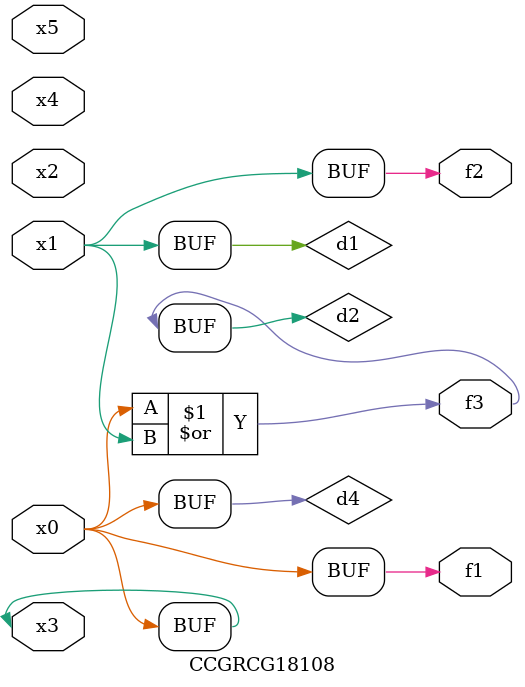
<source format=v>
module CCGRCG18108(
	input x0, x1, x2, x3, x4, x5,
	output f1, f2, f3
);

	wire d1, d2, d3, d4;

	and (d1, x1);
	or (d2, x0, x1);
	nand (d3, x0, x5);
	buf (d4, x0, x3);
	assign f1 = d4;
	assign f2 = d1;
	assign f3 = d2;
endmodule

</source>
